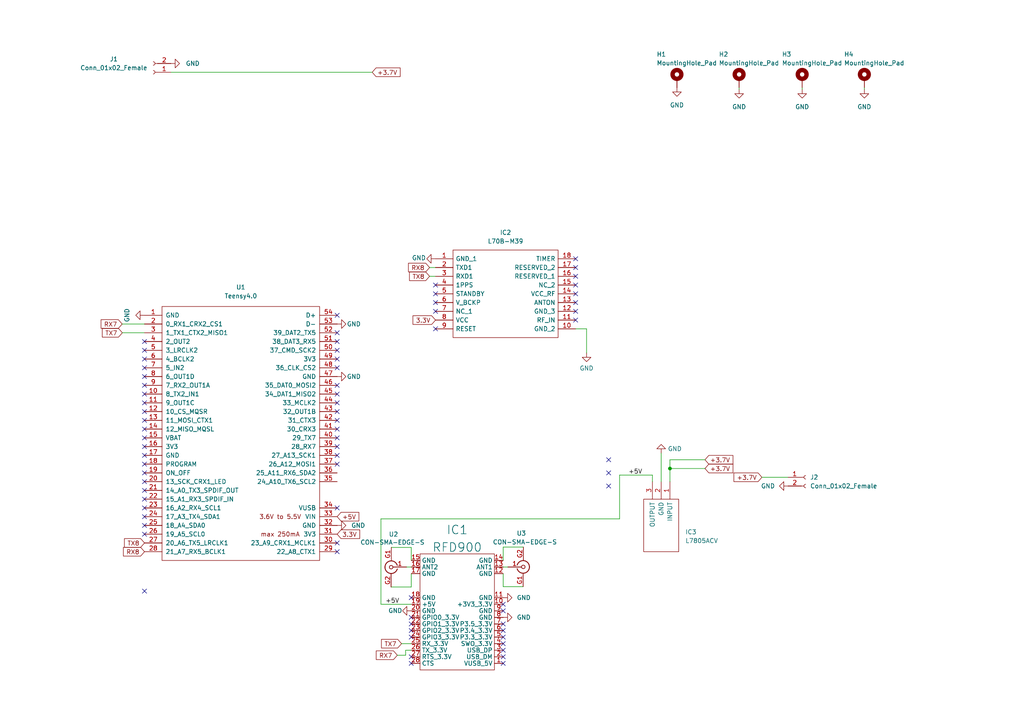
<source format=kicad_sch>
(kicad_sch (version 20211123) (generator eeschema)
  (paper "A4")
  (title_block (title "Pegasus Flight Computer") (date "02/05/2022") (rev "1"))
  (lib_symbols
    (symbol "Connector:Conn_01x02_Female" (pin_names (offset 1.016) hide)
      (property "Reference" "J" (at 0 2.54 0))
      (property "Value" "Conn_01x02_Female" (at 0 -5.08 0))
      (symbol "Conn_01x02_Female_1_1"
        (arc (start 0 -2.032) (mid -0.508 -2.54) (end 0 -3.048) (stroke (width 0.1524)))
        (polyline (pts (xy -1.27 -2.54) (xy -0.508 -2.54)) (stroke (width 0.1524)))
        (polyline (pts (xy -1.27 0) (xy -0.508 0)) (stroke (width 0.1524)))
        (arc (start 0 0.508) (mid -0.508 0) (end 0 -0.508) (stroke (width 0.1524)))
        (pin passive line (at -5.08 0 0) (length 3.81) (name "Pin_1") (number "1"))
        (pin passive line (at -5.08 -2.54 0) (length 3.81) (name "Pin_2") (number "2"))
      )
    )
    (symbol "Mechanical:MountingHole_Pad" (pin_numbers hide) (pin_names (offset 1.016) hide)
      (property "Reference" "H" (at 0 6.35 0))
      (property "Value" "MountingHole_Pad" (at 0 4.445 0))
      (symbol "MountingHole_Pad_0_1"
        (circle (center 0 1.27) (radius 1.27) (stroke (width 1.27)))
      )
      (symbol "MountingHole_Pad_1_1"
        (pin input line (at 0 -2.54 90) (length 2.54) (name "1") (number "1"))
      )
    )
    (symbol "Quectel_L70B-M39:L70B-M39" (pin_names (offset 0.762))
      (property "Reference" "IC" (at 36.83 7.62 0))
      (property "Value" "L70B-M39" (at 36.83 5.08 0))
      (symbol "L70B-M39_0_0"
        (pin passive line (at 0 0 0) (length 5.08) (name "GND_1") (number "1"))
        (pin passive line (at 40.64 -20.32 180) (length 5.08) (name "GND_2") (number "10"))
        (pin passive line (at 40.64 -17.78 180) (length 5.08) (name "RF_IN") (number "11"))
        (pin passive line (at 40.64 -15.24 180) (length 5.08) (name "GND_3") (number "12"))
        (pin passive line (at 40.64 -12.7 180) (length 5.08) (name "ANTON") (number "13"))
        (pin passive line (at 40.64 -10.16 180) (length 5.08) (name "VCC_RF") (number "14"))
        (pin passive line (at 40.64 -7.62 180) (length 5.08) (name "NC_2") (number "15"))
        (pin passive line (at 40.64 -5.08 180) (length 5.08) (name "RESERVED_1") (number "16"))
        (pin passive line (at 40.64 -2.54 180) (length 5.08) (name "RESERVED_2") (number "17"))
        (pin passive line (at 40.64 0 180) (length 5.08) (name "TIMER") (number "18"))
        (pin passive line (at 0 -2.54 0) (length 5.08) (name "TXD1") (number "2"))
        (pin passive line (at 0 -5.08 0) (length 5.08) (name "RXD1") (number "3"))
        (pin passive line (at 0 -7.62 0) (length 5.08) (name "1PPS") (number "4"))
        (pin passive line (at 0 -10.16 0) (length 5.08) (name "STANDBY") (number "5"))
        (pin passive line (at 0 -12.7 0) (length 5.08) (name "V_BCKP") (number "6"))
        (pin passive line (at 0 -15.24 0) (length 5.08) (name "NC_1") (number "7"))
        (pin passive line (at 0 -17.78 0) (length 5.08) (name "VCC") (number "8"))
        (pin passive line (at 0 -20.32 0) (length 5.08) (name "RESET") (number "9"))
      )
      (symbol "L70B-M39_0_1"
        (polyline (pts (xy 5.08 2.54) (xy 35.56 2.54) (xy 35.56 -22.86) (xy 5.08 -22.86) (xy 5.08 2.54)) (stroke (width 0.1524)))
      )
    )
    (symbol "RFD900:RFD900"
      (property "Reference" "IC" (at 11.43 42.545 0))
      (property "Value" "RFD900" (at 11.43 38.1 0))
      (symbol "RFD900_0_1"
        (rectangle (start 0 0) (end 21.59 33.655))
      )
      (symbol "RFD900_1_1"
        (pin input line (at 24.13 1.905 180) (length 2.54) (name "VUSB_5V") (number "1"))
        (pin power_out line (at 24.13 19.05 180) (length 2.54) (name "+3V3_3.3V") (number "10"))
        (pin power_in line (at 24.13 20.955 180) (length 2.54) (name "GND") (number "11"))
        (pin bidirectional line (at 24.13 27.94 180) (length 2.54) (name "GND") (number "12"))
        (pin passive line (at 24.13 29.845 180) (length 2.54) (name "ANT1") (number "13"))
        (pin bidirectional line (at 24.13 31.75 180) (length 2.54) (name "GND") (number "14"))
        (pin bidirectional line (at -2.54 31.75 0) (length 2.54) (name "GND") (number "15"))
        (pin passive line (at -2.54 29.845 0) (length 2.54) (name "ANT2") (number "16"))
        (pin bidirectional line (at -2.54 27.94 0) (length 2.54) (name "GND") (number "17"))
        (pin power_in line (at -2.54 20.955 0) (length 2.54) (name "GND") (number "18"))
        (pin power_in line (at -2.54 19.05 0) (length 2.54) (name "+5V") (number "19"))
        (pin input line (at 24.13 3.81 180) (length 2.54) (name "USB_DM") (number "2"))
        (pin power_in line (at -2.54 17.145 0) (length 2.54) (name "GND") (number "20"))
        (pin bidirectional line (at -2.54 15.24 0) (length 2.54) (name "GPIO0_3.3V") (number "21"))
        (pin bidirectional line (at -2.54 13.335 0) (length 2.54) (name "GPIO1_3.3V") (number "22"))
        (pin bidirectional line (at -2.54 11.43 0) (length 2.54) (name "GPIO2_3.3V") (number "23"))
        (pin bidirectional line (at -2.54 9.525 0) (length 2.54) (name "GPIO3_3.3V") (number "24"))
        (pin input line (at -2.54 7.62 0) (length 2.54) (name "RX_3.3V") (number "25"))
        (pin output line (at -2.54 5.715 0) (length 2.54) (name "TX_3.3V") (number "26"))
        (pin output line (at -2.54 3.81 0) (length 2.54) (name "RTS_3.3V") (number "27"))
        (pin input line (at -2.54 1.905 0) (length 2.54) (name "CTS") (number "28"))
        (pin input line (at 24.13 5.715 180) (length 2.54) (name "USB_DP") (number "3"))
        (pin output line (at 24.13 7.62 180) (length 2.54) (name "SWO_3.3V") (number "4"))
        (pin bidirectional line (at 24.13 9.525 180) (length 2.54) (name "P3.3_3.3V") (number "5"))
        (pin bidirectional line (at 24.13 11.43 180) (length 2.54) (name "P3.4_3.3V") (number "6"))
        (pin bidirectional line (at 24.13 13.335 180) (length 2.54) (name "P3.5_3.3V") (number "7"))
        (pin bidirectional line (at 24.13 15.24 180) (length 2.54) (name "GND") (number "8"))
        (pin bidirectional line (at 24.13 17.145 180) (length 2.54) (name "GND") (number "9"))
      )
    )
    (symbol "Voltage Regulator:L7805ACV" (pin_names (offset 0.762))
      (property "Reference" "IC" (at 8.89 25.4 0))
      (property "Value" "L7805ACV" (at 8.89 22.86 0))
      (symbol "L7805ACV_0_0"
        (pin passive line (at 0 0 90) (length 5.08) (name "INPUT") (number "1"))
        (pin passive line (at 2.54 0 90) (length 5.08) (name "GND") (number "2"))
        (pin passive line (at 5.08 0 90) (length 5.08) (name "OUTPUT") (number "3"))
      )
      (symbol "L7805ACV_0_1"
        (polyline (pts (xy -2.54 20.32) (xy 7.62 20.32) (xy 7.62 5.08) (xy -2.54 5.08) (xy -2.54 20.32)) (stroke (width 0.1524)))
      )
    )
    (symbol "power:GND" (power) (pin_names (offset 0))
      (property "Value" "GND" (at 0 -3.81 0))
      (symbol "GND_0_1"
        (polyline (pts (xy 0 0) (xy 0 -1.27) (xy 1.27 -1.27) (xy 0 -2.54) (xy -1.27 -1.27) (xy 0 -1.27)))
      )
      (symbol "GND_1_1"
        (pin power_in line (at 0 0 270) (length 0) hide (name "GND") (number "1"))
      )
    )
    (symbol "sma-connectors:CON-SMA-EDGE-S"
      (property "Reference" "U" (at 0 0.3556 0))
      (property "Value" "CON-SMA-EDGE-S" (at 0 -1.8288 0))
      (symbol "CON-SMA-EDGE-S_0_1"
        (circle (center -0.1397 -5.0927) (radius 0.508) (stroke (width 0.2032)))
        (arc (start -0.1397 -3.3147) (mid -1.948 -4.8707) (end -0.6477 -6.8707) (stroke (width 0.254)))
        (arc (start 0.3683 -6.8707) (mid 1.6683 -4.8707) (end -0.1397 -3.3147) (stroke (width 0.254)))
      )
      (symbol "CON-SMA-EDGE-S_1_1"
        (pin bidirectional line (at -0.1016 -9.5504 90) (length 3.85) (name "") (number "1"))
        (pin bidirectional line (at 5.588 -5.1308 180) (length 3.85) (name "") (number "G1"))
        (pin bidirectional line (at -5.8928 -5.08 0) (length 3.85) (name "") (number "G2"))
      )
    )
    (symbol "teensy:Teensy4.0" (pin_names (offset 1.016))
      (property "Reference" "U" (at 0 39.37 0))
      (property "Value" "Teensy4.0" (at 0 -39.37 0))
      (symbol "Teensy4.0_0_0"
        (text "3.6V to 5.5V" (at 11.43 -24.13 0) (effects (font (size 1.27 1.27))))
        (text "max 250mA" (at 11.43 -29.21 0) (effects (font (size 1.27 1.27))))
        (pin bidirectional line (at -27.94 11.43 0) (length 5.08) (name "8_TX2_IN1") (number "10"))
        (pin bidirectional line (at -27.94 8.89 0) (length 5.08) (name "9_OUT1C") (number "11"))
        (pin bidirectional line (at -27.94 6.35 0) (length 5.08) (name "10_CS_MQSR") (number "12"))
        (pin bidirectional line (at -27.94 3.81 0) (length 5.08) (name "11_MOSI_CTX1") (number "13"))
        (pin bidirectional line (at -27.94 1.27 0) (length 5.08) (name "12_MISO_MQSL") (number "14"))
        (pin power_in line (at -27.94 -1.27 0) (length 5.08) (name "VBAT") (number "15"))
        (pin power_in line (at -27.94 -3.81 0) (length 5.08) (name "3V3") (number "16"))
        (pin power_in line (at -27.94 -6.35 0) (length 5.08) (name "GND") (number "17"))
        (pin input line (at -27.94 -8.89 0) (length 5.08) (name "PROGRAM") (number "18"))
        (pin input line (at -27.94 -11.43 0) (length 5.08) (name "ON_OFF") (number "19"))
        (pin bidirectional line (at -27.94 -13.97 0) (length 5.08) (name "13_SCK_CRX1_LED") (number "20"))
        (pin bidirectional line (at -27.94 -16.51 0) (length 5.08) (name "14_A0_TX3_SPDIF_OUT") (number "21"))
        (pin bidirectional line (at -27.94 -19.05 0) (length 5.08) (name "15_A1_RX3_SPDIF_IN") (number "22"))
        (pin bidirectional line (at -27.94 -21.59 0) (length 5.08) (name "16_A2_RX4_SCL1") (number "23"))
        (pin bidirectional line (at -27.94 -24.13 0) (length 5.08) (name "17_A3_TX4_SDA1") (number "24"))
        (pin bidirectional line (at -27.94 -26.67 0) (length 5.08) (name "18_A4_SDA0") (number "25"))
        (pin bidirectional line (at -27.94 -29.21 0) (length 5.08) (name "19_A5_SCL0") (number "26"))
        (pin bidirectional line (at -27.94 -31.75 0) (length 5.08) (name "20_A6_TX5_LRCLK1") (number "27"))
        (pin bidirectional line (at -27.94 -34.29 0) (length 5.08) (name "21_A7_RX5_BCLK1") (number "28"))
        (pin bidirectional line (at 27.94 -34.29 180) (length 5.08) (name "22_A8_CTX1") (number "29"))
        (pin bidirectional line (at 27.94 -31.75 180) (length 5.08) (name "23_A9_CRX1_MCLK1") (number "30"))
        (pin power_out line (at 27.94 -29.21 180) (length 5.08) (name "3V3") (number "31"))
        (pin power_in line (at 27.94 -26.67 180) (length 5.08) (name "GND") (number "32"))
        (pin power_in line (at 27.94 -24.13 180) (length 5.08) (name "VIN") (number "33"))
        (pin power_out line (at 27.94 -21.59 180) (length 5.08) (name "VUSB") (number "34"))
        (pin bidirectional line (at 27.94 -13.97 180) (length 5.08) (name "24_A10_TX6_SCL2") (number "35"))
        (pin bidirectional line (at 27.94 -11.43 180) (length 5.08) (name "25_A11_RX6_SDA2") (number "36"))
        (pin bidirectional line (at 27.94 -8.89 180) (length 5.08) (name "26_A12_MOSI1") (number "37"))
        (pin bidirectional line (at 27.94 -6.35 180) (length 5.08) (name "27_A13_SCK1") (number "38"))
        (pin bidirectional line (at 27.94 -3.81 180) (length 5.08) (name "28_RX7") (number "39"))
        (pin bidirectional line (at 27.94 -1.27 180) (length 5.08) (name "29_TX7") (number "40"))
        (pin bidirectional line (at 27.94 1.27 180) (length 5.08) (name "30_CRX3") (number "41"))
        (pin bidirectional line (at 27.94 3.81 180) (length 5.08) (name "31_CTX3") (number "42"))
        (pin bidirectional line (at 27.94 6.35 180) (length 5.08) (name "32_OUT1B") (number "43"))
        (pin bidirectional line (at 27.94 8.89 180) (length 5.08) (name "33_MCLK2") (number "44"))
        (pin bidirectional line (at 27.94 11.43 180) (length 5.08) (name "34_DAT1_MISO2") (number "45"))
        (pin bidirectional line (at 27.94 13.97 180) (length 5.08) (name "35_DAT0_MOSI2") (number "46"))
        (pin power_out line (at 27.94 16.51 180) (length 5.08) (name "GND") (number "47"))
        (pin bidirectional line (at 27.94 19.05 180) (length 5.08) (name "36_CLK_CS2") (number "48"))
        (pin power_out line (at 27.94 21.59 180) (length 5.08) (name "3V3") (number "49"))
        (pin bidirectional line (at -27.94 24.13 0) (length 5.08) (name "3_LRCLK2") (number "5"))
        (pin bidirectional line (at 27.94 24.13 180) (length 5.08) (name "37_CMD_SCK2") (number "50"))
        (pin bidirectional line (at 27.94 26.67 180) (length 5.08) (name "38_DAT3_RX5") (number "51"))
        (pin bidirectional line (at 27.94 29.21 180) (length 5.08) (name "39_DAT2_TX5") (number "52"))
        (pin bidirectional line (at 27.94 31.75 180) (length 5.08) (name "D-") (number "53"))
        (pin bidirectional line (at 27.94 34.29 180) (length 5.08) (name "D+") (number "54"))
        (pin bidirectional line (at -27.94 21.59 0) (length 5.08) (name "4_BCLK2") (number "6"))
        (pin bidirectional line (at -27.94 19.05 0) (length 5.08) (name "5_IN2") (number "7"))
        (pin bidirectional line (at -27.94 16.51 0) (length 5.08) (name "6_OUT1D") (number "8"))
        (pin bidirectional line (at -27.94 13.97 0) (length 5.08) (name "7_RX2_OUT1A") (number "9"))
      )
      (symbol "Teensy4.0_0_1"
        (rectangle (start -22.86 36.83) (end 22.86 -36.83))
        (rectangle (start -20.32 -31.75) (end -20.32 -31.75))
      )
      (symbol "Teensy4.0_1_1"
        (pin power_in line (at -27.94 34.29 0) (length 5.08) (name "GND") (number "1"))
        (pin bidirectional line (at -27.94 31.75 0) (length 5.08) (name "0_RX1_CRX2_CS1") (number "2"))
        (pin bidirectional line (at -27.94 29.21 0) (length 5.08) (name "1_TX1_CTX2_MISO1") (number "3"))
        (pin bidirectional line (at -27.94 26.67 0) (length 5.08) (name "2_OUT2") (number "4"))
      )
    )
  )
  (junction (at 194.31 135.89))
  (no_connect (at 97.79 119.38))
  (no_connect (at 97.79 101.6))
  (no_connect (at 97.79 104.14))
  (no_connect (at 97.79 106.68))
  (no_connect (at 97.79 132.08))
  (no_connect (at 97.79 134.62))
  (no_connect (at 97.79 91.44))
  (no_connect (at 97.79 99.06))
  (no_connect (at 97.79 129.54))
  (no_connect (at 97.79 124.46))
  (no_connect (at 97.79 121.92))
  (no_connect (at 97.79 127))
  (no_connect (at 97.79 157.48))
  (no_connect (at 97.79 160.02))
  (no_connect (at 97.79 96.52))
  (no_connect (at 97.79 116.84))
  (no_connect (at 97.79 114.3))
  (no_connect (at 97.79 111.76))
  (no_connect (at 97.79 147.32))
  (no_connect (at 41.91 109.22))
  (no_connect (at 41.91 104.14))
  (no_connect (at 41.91 111.76))
  (no_connect (at 41.91 106.68))
  (no_connect (at 41.91 101.6))
  (no_connect (at 41.91 99.06))
  (no_connect (at 41.91 114.3))
  (no_connect (at 41.91 121.92))
  (no_connect (at 41.91 119.38))
  (no_connect (at 41.91 116.84))
  (no_connect (at 41.91 124.46))
  (no_connect (at 41.91 137.16))
  (no_connect (at 41.91 134.62))
  (no_connect (at 41.91 132.08))
  (no_connect (at 41.91 129.54))
  (no_connect (at 41.91 127))
  (no_connect (at 41.91 152.4))
  (no_connect (at 41.91 139.7))
  (no_connect (at 41.91 171.45))
  (no_connect (at 41.91 142.24))
  (no_connect (at 41.91 154.94))
  (no_connect (at 41.91 149.86))
  (no_connect (at 41.91 147.32))
  (no_connect (at 41.91 144.78))
  (no_connect (at 145.9484 186.69))
  (no_connect (at 119.2784 192.405))
  (no_connect (at 145.9484 184.785))
  (no_connect (at 145.9484 180.975))
  (no_connect (at 119.2784 190.5))
  (no_connect (at 145.9484 190.5))
  (no_connect (at 119.2784 182.88))
  (no_connect (at 145.9484 177.165))
  (no_connect (at 145.9484 188.595))
  (no_connect (at 119.2784 180.975))
  (no_connect (at 145.9484 175.26))
  (no_connect (at 119.2784 173.355))
  (no_connect (at 119.2784 184.785))
  (no_connect (at 176.53 133.35))
  (no_connect (at 176.53 137.16))
  (no_connect (at 176.53 140.97))
  (no_connect (at 126.3142 87.757))
  (no_connect (at 126.3142 82.677))
  (no_connect (at 126.3142 85.217))
  (no_connect (at 126.3142 90.297))
  (no_connect (at 126.3142 95.377))
  (no_connect (at 166.9542 92.837))
  (no_connect (at 166.9542 80.137))
  (no_connect (at 166.9542 87.757))
  (no_connect (at 166.9542 90.297))
  (no_connect (at 166.9542 75.057))
  (no_connect (at 166.9542 77.597))
  (no_connect (at 166.9542 82.677))
  (no_connect (at 166.9542 85.217))
  (no_connect (at 145.9484 182.88))
  (no_connect (at 145.9484 192.405))
  (no_connect (at 119.2784 179.07))
  (wire (pts (xy 110.49 150.495) (xy 179.705 150.495)))
  (wire (pts (xy 124.587 80.137) (xy 126.3142 80.137)))
  (wire (pts (xy 124.587 77.597) (xy 126.3142 77.597)))
  (wire (pts (xy 35.433 93.98) (xy 41.91 93.98)))
  (wire (pts (xy 194.31 139.7) (xy 194.31 135.89)))
  (wire (pts (xy 119.2784 158.7754) (xy 119.2784 162.56)))
  (wire (pts (xy 166.9542 95.377) (xy 170.1292 95.377)))
  (wire (pts (xy 115.2398 190.0428) (xy 117.6528 190.0428)))
  (wire (pts (xy 194.31 133.35) (xy 204.47 133.35)))
  (wire (pts (xy 110.49 175.26) (xy 119.2784 175.26)))
  (wire (pts (xy 145.9484 164.465) (xy 147.32 164.465)))
  (wire (pts (xy 170.1292 95.377) (xy 170.1292 102.362)))
  (wire (pts (xy 117.6528 190.0428) (xy 117.6528 188.595)))
  (wire (pts (xy 151.7904 158.6738) (xy 145.9484 158.6738)))
  (wire (pts (xy 214.376 25.908) (xy 214.376 25.4)))
  (wire (pts (xy 110.49 150.495) (xy 110.49 175.26)))
  (wire (pts (xy 113.4364 170.2562) (xy 119.2784 170.2562)))
  (wire (pts (xy 35.4838 96.52) (xy 41.91 96.52)))
  (wire (pts (xy 49.53 20.955) (xy 107.95 20.955)))
  (wire (pts (xy 189.23 137.795) (xy 179.705 137.795)))
  (wire (pts (xy 117.6528 188.595) (xy 119.2784 188.595)))
  (wire (pts (xy 179.705 137.795) (xy 179.705 150.495)))
  (wire (pts (xy 250.698 25.908) (xy 250.698 25.4)))
  (wire (pts (xy 116.459 186.69) (xy 119.2784 186.69)))
  (wire (pts (xy 119.2784 170.2562) (xy 119.2784 166.37)))
  (wire (pts (xy 151.7396 170.1546) (xy 145.9484 170.1546)))
  (wire (pts (xy 119.2784 164.465) (xy 117.9068 164.465)))
  (wire (pts (xy 220.98 138.43) (xy 228.6 138.43)))
  (wire (pts (xy 113.4872 158.7754) (xy 119.2784 158.7754)))
  (wire (pts (xy 191.77 131.445) (xy 191.77 139.7)))
  (wire (pts (xy 194.31 135.89) (xy 204.47 135.89)))
  (wire (pts (xy 232.664 25.4) (xy 232.664 25.908)))
  (wire (pts (xy 145.9484 158.6738) (xy 145.9484 162.56)))
  (wire (pts (xy 189.23 139.7) (xy 189.23 137.795)))
  (wire (pts (xy 145.9484 170.1546) (xy 145.9484 166.37)))
  (wire (pts (xy 194.31 135.89) (xy 194.31 133.35)))
  (label "+5V" (at 182.245 137.795 0))
  (label "+5V" (at 111.76 175.26 0))
  (global_label "3.3V" (shape input) (at 126.3142 92.837 180) (property "Intersheet References" "${INTERSHEET_REFS}" (effects hide)))
  (global_label "TX7" (shape input) (at 116.459 186.69 180) (property "Intersheet References" "${INTERSHEET_REFS}" (effects hide)))
  (global_label "RX7" (shape input) (at 35.433 93.98 180) (property "Intersheet References" "${INTERSHEET_REFS}" (effects hide)))
  (global_label "RX8" (shape input) (at 41.91 160.02 180) (property "Intersheet References" "${INTERSHEET_REFS}" (effects hide)))
  (global_label "+3.7V" (shape input) (at 220.98 138.43 180) (property "Intersheet References" "${INTERSHEET_REFS}" (effects hide)))
  (global_label "RX8" (shape input) (at 124.587 77.597 180) (property "Intersheet References" "${INTERSHEET_REFS}" (effects hide)))
  (global_label "TX8" (shape input) (at 124.587 80.137 180) (property "Intersheet References" "${INTERSHEET_REFS}" (effects hide)))
  (global_label "+3.7V" (shape input) (at 107.95 20.955 0) (property "Intersheet References" "${INTERSHEET_REFS}" (effects hide)))
  (global_label "+3.7V" (shape input) (at 204.47 135.89 0) (property "Intersheet References" "${INTERSHEET_REFS}" (effects hide)))
  (global_label "+3.7V" (shape input) (at 204.47 133.35 0) (property "Intersheet References" "${INTERSHEET_REFS}" (effects hide)))
  (global_label "3.3V" (shape input) (at 97.79 154.94 0) (property "Intersheet References" "${INTERSHEET_REFS}" (effects hide)))
  (global_label "TX8" (shape input) (at 41.91 157.48 180) (property "Intersheet References" "${INTERSHEET_REFS}" (effects hide)))
  (global_label "+5V" (shape input) (at 97.79 149.86 0) (property "Intersheet References" "${INTERSHEET_REFS}" (effects hide)))
  (global_label "RX7" (shape input) (at 115.2398 190.0428 180) (property "Intersheet References" "${INTERSHEET_REFS}" (effects hide)))
  (global_label "TX7" (shape input) (at 35.4838 96.52 180) (property "Intersheet References" "${INTERSHEET_REFS}" (effects hide)))
  (symbol (lib_id "Connector:Conn_01x02_Female") (at 233.68 138.43 0) (unit 1)
    (property "Reference" "J2" (at 234.95 138.4299 0) (effects (justify left)))
    (property "Value" "Conn_01x02_Female" (at 234.95 140.9699 0) (effects (justify left)))
    (property "Footprint" "Connector_PinHeader_2.00mm:PinHeader_1x02_P2.00mm_Vertical" (effects hide))
  )
  (symbol (lib_id "teensy:Teensy4.0") (at 69.85 125.73 0) (unit 1)
    (property "Reference" "U1" (at 69.85 83.312 0))
    (property "Value" "Teensy4.0" (at 69.85 85.852 0))
    (property "Footprint" "Teensy:Teensy40" (effects hide))
  )
  (symbol (lib_id "sma-connectors:CON-SMA-EDGE-S") (at 108.3564 164.3634 90) (unit 1)
    (property "Reference" "U2" (at 115.5192 154.9654 90) (effects (justify left)))
    (property "Value" "CON-SMA-EDGE-S" (at 123.1646 157.3022 90) (effects (justify left)))
    (property "Footprint" "SMA-Connectors:RFSOLUTIONS_CON-SMA-EDGE-S" (effects hide))
  )
  (symbol (lib_id "power:GND") (at 191.77 131.445 180) (unit 1)
    (property "Reference" "#PWR010" (effects hide))
    (property "Value" "GND" (at 193.675 130.1749 0) (effects (justify right)))
  )
  (symbol (lib_id "power:GND") (at 97.79 93.98 90) (unit 1)
    (property "Reference" "#PWR03" (effects hide))
    (property "Value" "GND" (at 100.584 93.98 90) (effects (justify right)))
  )
  (symbol (lib_id "power:GND") (at 145.9484 173.355 90) (unit 1)
    (property "Reference" "#PWR07" (effects hide))
    (property "Value" "GND" (at 149.86 173.3549 90) (effects (justify right)))
  )
  (symbol (lib_id "power:GND") (at 170.1292 102.362 0) (unit 1)
    (property "Reference" "#PWR013" (effects hide))
    (property "Value" "GND" (at 170.1292 106.807 0))
  )
  (symbol (lib_id "Connector:Conn_01x02_Female") (at 44.45 20.955 180) (unit 1)
    (property "Reference" "J1" (at 33.02 17.145 0))
    (property "Value" "Conn_01x02_Female" (at 33.02 19.685 0))
    (property "Footprint" "Connector_PinHeader_2.00mm:PinHeader_1x02_P2.00mm_Vertical" (effects hide))
  )
  (symbol (lib_id "power:GND") (at 145.9484 179.07 90) (unit 1)
    (property "Reference" "#PWR08" (effects hide))
    (property "Value" "GND" (at 149.86 179.0699 90) (effects (justify right)))
  )
  (symbol (lib_id "power:GND") (at 126.3142 75.057 270) (unit 1)
    (property "Reference" "#PWR09" (effects hide))
    (property "Value" "GND" (at 119.4562 74.803 90) (effects (justify left)))
  )
  (symbol (lib_id "Voltage Regulator:L7805ACV") (at 194.31 139.7 180) (unit 1)
    (property "Reference" "IC3" (at 198.755 154.305 0) (effects (justify right)))
    (property "Value" "L7805ACV" (at 198.755 156.845 0) (effects (justify right)))
    (property "Footprint" "TO255P460X1020X2008-3P" (effects hide))
    (property "Datasheet" "http://uk.rs-online.com/web/p/products/2988508P" (effects hide))
    (property "Description" "Linear voltage regulator,L7805ACV 5V 1A STMicroelectronics L7805ACV, Single Linear Voltage Regulator, 1A 5 V, 2%, 3-Pin TO-220" (effects hide))
    (property "Height" "4.6" (effects hide))
    (property "RS Part Number" "2988508P" (effects hide))
    (property "RS Price/Stock" "http://uk.rs-online.com/web/p/products/2988508P" (effects hide))
    (property "Manufacturer_Name" "STMicroelectronics" (effects hide))
    (property "Manufacturer_Part_Number" "L7805ACV" (effects hide))
    (property "Allied_Number" "70013701" (effects hide))
  )
  (symbol (lib_id "power:GND") (at 97.79 109.22 90) (unit 1)
    (property "Reference" "#PWR04" (effects hide))
    (property "Value" "GND" (at 100.584 109.22 90) (effects (justify right)))
  )
  (symbol (lib_id "Mechanical:MountingHole_Pad") (at 250.698 22.86 0) (unit 1) (in_bom no)
    (property "Reference" "H4" (at 244.8052 15.748 0) (effects (justify left)))
    (property "Value" "MountingHole_Pad" (at 244.8052 18.288 0) (effects (justify left)))
    (property "Footprint" "MountingHole:MountingHole_2.2mm_M2_Pad" (effects hide))
  )
  (symbol (lib_id "power:GND") (at 196.342 25.4 0) (unit 1)
    (property "Reference" "#PWR011" (effects hide))
    (property "Value" "GND" (at 196.342 30.48 0))
  )
  (symbol (lib_id "power:GND") (at 214.376 25.908 0) (unit 1)
    (property "Reference" "#PWR012" (effects hide))
    (property "Value" "GND" (at 214.376 30.988 0))
  )
  (symbol (lib_id "power:GND") (at 97.79 152.4 90) (unit 1)
    (property "Reference" "#PWR05" (effects hide))
    (property "Value" "GND" (at 101.854 152.3999 90) (effects (justify right)))
  )
  (symbol (lib_id "power:GND") (at 49.53 18.415 90) (unit 1)
    (property "Reference" "#PWR02" (effects hide))
    (property "Value" "GND" (at 53.848 18.4149 90) (effects (justify right)))
  )
  (symbol (lib_id "power:GND") (at 228.6 140.97 270) (unit 1)
    (property "Reference" "#PWR014" (effects hide))
    (property "Value" "GND" (at 224.79 140.9699 90) (effects (justify right)))
  )
  (symbol (lib_id "Mechanical:MountingHole_Pad") (at 214.376 22.86 0) (unit 1) (in_bom no)
    (property "Reference" "H2" (at 208.4832 15.748 0) (effects (justify left)))
    (property "Value" "MountingHole_Pad" (at 208.4832 18.288 0) (effects (justify left)))
    (property "Footprint" "MountingHole:MountingHole_2.2mm_M2_Pad" (effects hide))
  )
  (symbol (lib_id "power:GND") (at 250.698 25.908 0) (unit 1)
    (property "Reference" "#PWR016" (effects hide))
    (property "Value" "GND" (at 250.698 30.988 0))
  )
  (symbol (lib_id "power:GND") (at 41.91 91.44 270) (unit 1)
    (property "Reference" "#PWR01" (effects hide))
    (property "Value" "GND" (at 36.83 91.44 0))
  )
  (symbol (lib_id "Mechanical:MountingHole_Pad") (at 232.664 22.86 0) (unit 1) (in_bom no)
    (property "Reference" "H3" (at 226.7712 15.748 0) (effects (justify left)))
    (property "Value" "MountingHole_Pad" (at 226.7712 18.288 0) (effects (justify left)))
    (property "Footprint" "MountingHole:MountingHole_2.2mm_M2_Pad" (effects hide))
  )
  (symbol (lib_id "Quectel_L70B-M39:L70B-M39") (at 126.3142 75.057 0) (unit 1)
    (property "Reference" "IC2" (at 146.6342 67.437 0))
    (property "Value" "L70B-M39" (at 146.6342 69.977 0))
    (property "Footprint" "Quectel_L70B-M39:1x18" (effects hide))
    (property "Datasheet" "http://uk.rs-online.com/web/p/products/9084094" (effects hide))
    (property "Description" "Quectel L70B-M39 GPS Module" (effects hide))
    (property "Manufacturer_Name" "Quectel" (effects hide))
    (property "Manufacturer_Part_Number" "L70B-M39" (effects hide))
    (property "Mouser Part Number" "277-L70B-M39" (effects hide))
    (property "Mouser Price/Stock" "https://www.mouser.co.uk/ProductDetail/Quectel/L70B-M39?qs=GedFDFLaBXEc%2FApFWhGl1g%3D%3D" (effects hide))
    (property "Arrow Part Number" "L70B-M39" (effects hide))
    (property "Arrow Price/Stock" "https://www.arrow.com/en/products/l70b-m39/quectel-wireless-solutions-co-ltd" (effects hide))
  )
  (symbol (lib_id "power:GND") (at 232.664 25.908 0) (unit 1)
    (property "Reference" "#PWR015" (effects hide))
    (property "Value" "GND" (at 232.664 30.988 0))
  )
  (symbol (lib_id "power:GND") (at 119.2784 177.165 270) (unit 1)
    (property "Reference" "#PWR06" (effects hide))
    (property "Value" "GND" (at 112.5982 177.1142 90) (effects (justify left)))
  )
  (symbol (lib_id "RFD900:RFD900") (at 121.8184 194.31 0) (unit 1)
    (property "Reference" "IC1" (at 132.6134 153.67 0) (effects (font (size 2.5 2.5))))
    (property "Value" "RFD900" (at 132.6134 158.75 0) (effects (font (size 2.5 2.5))))
    (property "Footprint" "RFD900:1x28" (effects hide))
  )
  (symbol (lib_id "Mechanical:MountingHole_Pad") (at 196.342 22.86 0) (unit 1) (in_bom no)
    (property "Reference" "H1" (at 190.4492 15.748 0) (effects (justify left)))
    (property "Value" "MountingHole_Pad" (at 190.4492 18.288 0) (effects (justify left)))
    (property "Footprint" "MountingHole:MountingHole_2.2mm_M2_Pad" (effects hide))
  )
  (symbol (lib_id "sma-connectors:CON-SMA-EDGE-S") (at 156.8704 164.5666 270) (unit 1)
    (property "Reference" "U3" (at 149.8346 154.686 90) (effects (justify left)))
    (property "Value" "CON-SMA-EDGE-S" (at 142.9004 157.226 90) (effects (justify left)))
    (property "Footprint" "SMA-Connectors:RFSOLUTIONS_CON-SMA-EDGE-S" (effects hide))
  )
)
</source>
